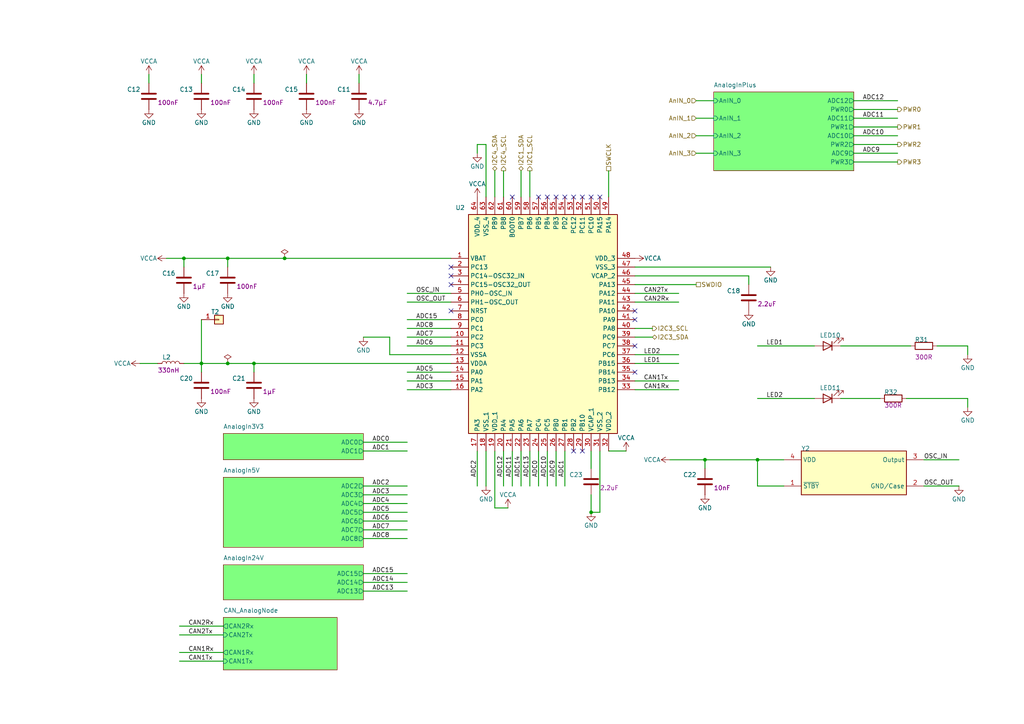
<source format=kicad_sch>
(kicad_sch (version 20231120) (generator "eeschema") (generator_version "8.0")
  (paper "A4")
  (title_block (title "Analog Node") (rev "1"))
  (junction (at 53.34 74.93))
  (junction (at 66.04 74.93))
  (junction (at 58.42 105.41))
  (junction (at 66.04 105.41))
  (junction (at 219.71 133.35))
  (junction (at 73.66 105.41))
  (junction (at 171.45 148.59))
  (junction (at 82.55 74.93))
  (junction (at 204.47 133.35))
  (no_connect (at 168.91 130.81))
  (no_connect (at 184.15 107.95))
  (no_connect (at 168.91 57.15))
  (no_connect (at 161.29 57.15))
  (no_connect (at 184.15 92.71))
  (no_connect (at 163.83 57.15))
  (no_connect (at 148.59 57.15))
  (no_connect (at 166.37 57.15))
  (no_connect (at 158.75 57.15))
  (no_connect (at 156.21 57.15))
  (no_connect (at 130.81 82.55))
  (no_connect (at 166.37 130.81))
  (no_connect (at 130.81 77.47))
  (no_connect (at 173.99 57.15))
  (no_connect (at 130.81 80.01))
  (no_connect (at 130.81 90.17))
  (no_connect (at 184.15 100.33))
  (no_connect (at 184.15 90.17))
  (no_connect (at 171.45 57.15))
  (wire (pts (xy 176.53 57.15) (xy 176.53 49.53)) (stroke (width 0.254)))
  (wire (pts (xy 58.42 21.59) (xy 58.42 24.13)) (stroke (width 0.254)))
  (wire (pts (xy 184.15 82.55) (xy 201.93 82.55)) (stroke (width 0.254)))
  (wire (pts (xy 171.45 148.59) (xy 171.45 143.51)) (stroke (width 0.254)))
  (wire (pts (xy 173.99 130.81) (xy 173.99 148.59)) (stroke (width 0.254)))
  (wire (pts (xy 184.15 102.87) (xy 196.85 102.87)) (stroke (width 0.254)))
  (wire (pts (xy 105.41 128.27) (xy 118.11 128.27)) (stroke (width 0.254)))
  (wire (pts (xy 105.41 153.67) (xy 118.11 153.67)) (stroke (width 0.254)))
  (wire (pts (xy 143.51 49.53) (xy 143.51 57.15)) (stroke (width 0.254)))
  (wire (pts (xy 247.65 36.83) (xy 260.35 36.83)) (stroke (width 0.254)))
  (wire (pts (xy 40.64 105.41) (xy 45.72 105.41)) (stroke (width 0.254)))
  (wire (pts (xy 260.35 44.45) (xy 247.65 44.45)) (stroke (width 0.254)))
  (wire (pts (xy 73.66 21.59) (xy 73.66 24.13)) (stroke (width 0.254)))
  (wire (pts (xy 267.97 133.35) (xy 278.13 133.35)) (stroke (width 0.254)))
  (wire (pts (xy 247.65 46.99) (xy 260.35 46.99)) (stroke (width 0.254)))
  (wire (pts (xy 217.17 82.55) (xy 217.17 80.01)) (stroke (width 0.254)))
  (wire (pts (xy 66.04 105.41) (xy 58.42 105.41)) (stroke (width 0.254)))
  (wire (pts (xy 280.67 115.57) (xy 280.67 118.11)) (stroke (width 0.254)))
  (wire (pts (xy 207.01 44.45) (xy 201.93 44.45)) (stroke (width 0.254)))
  (wire (pts (xy 243.84 100.33) (xy 264.16 100.33)) (stroke (width 0.254)))
  (wire (pts (xy 130.81 95.25) (xy 118.11 95.25)) (stroke (width 0.254)))
  (wire (pts (xy 262.89 115.57) (xy 280.67 115.57)) (stroke (width 0.254)))
  (wire (pts (xy 105.41 148.59) (xy 118.11 148.59)) (stroke (width 0.254)))
  (wire (pts (xy 130.81 92.71) (xy 118.11 92.71)) (stroke (width 0.254)))
  (wire (pts (xy 105.41 143.51) (xy 118.11 143.51)) (stroke (width 0.254)))
  (wire (pts (xy 236.22 115.57) (xy 219.71 115.57)) (stroke (width 0.254)))
  (wire (pts (xy 196.85 87.63) (xy 184.15 87.63)) (stroke (width 0.254)))
  (wire (pts (xy 130.81 87.63) (xy 118.11 87.63)) (stroke (width 0.254)))
  (wire (pts (xy 105.41 166.37) (xy 118.11 166.37)) (stroke (width 0.254)))
  (wire (pts (xy 153.67 130.81) (xy 153.67 140.97)) (stroke (width 0.254)))
  (wire (pts (xy 64.77 189.23) (xy 52.07 189.23)) (stroke (width 0.254)))
  (wire (pts (xy 64.77 181.61) (xy 52.07 181.61)) (stroke (width 0.254)))
  (wire (pts (xy 147.32 147.32) (xy 143.51 147.32)) (stroke (width 0.254)))
  (wire (pts (xy 105.41 151.13) (xy 118.11 151.13)) (stroke (width 0.254)))
  (wire (pts (xy 260.35 29.21) (xy 247.65 29.21)) (stroke (width 0.254)))
  (wire (pts (xy 113.03 102.87) (xy 130.81 102.87)) (stroke (width 0.254)))
  (wire (pts (xy 219.71 133.35) (xy 204.47 133.35)) (stroke (width 0.254)))
  (wire (pts (xy 140.97 57.15) (xy 140.97 41.91)) (stroke (width 0.254)))
  (wire (pts (xy 113.03 102.87) (xy 113.03 97.79)) (stroke (width 0.254)))
  (wire (pts (xy 163.83 130.81) (xy 163.83 140.97)) (stroke (width 0.254)))
  (wire (pts (xy 105.41 140.97) (xy 118.11 140.97)) (stroke (width 0.254)))
  (wire (pts (xy 105.41 156.21) (xy 118.11 156.21)) (stroke (width 0.254)))
  (wire (pts (xy 243.84 115.57) (xy 255.27 115.57)) (stroke (width 0.254)))
  (wire (pts (xy 130.81 97.79) (xy 118.11 97.79)) (stroke (width 0.254)))
  (wire (pts (xy 158.75 130.81) (xy 158.75 140.97)) (stroke (width 0.254)))
  (wire (pts (xy 260.35 34.29) (xy 247.65 34.29)) (stroke (width 0.254)))
  (wire (pts (xy 173.99 148.59) (xy 171.45 148.59)) (stroke (width 0.254)))
  (wire (pts (xy 161.29 130.81) (xy 161.29 140.97)) (stroke (width 0.254)))
  (wire (pts (xy 130.81 113.03) (xy 118.11 113.03)) (stroke (width 0.254)))
  (wire (pts (xy 196.85 85.09) (xy 184.15 85.09)) (stroke (width 0.254)))
  (wire (pts (xy 53.34 77.47) (xy 53.34 74.93)) (stroke (width 0.254)))
  (wire (pts (xy 184.15 113.03) (xy 196.85 113.03)) (stroke (width 0.254)))
  (wire (pts (xy 48.26 74.93) (xy 53.34 74.93)) (stroke (width 0.254)))
  (wire (pts (xy 138.43 130.81) (xy 138.43 140.97)) (stroke (width 0.254)))
  (wire (pts (xy 143.51 147.32) (xy 143.51 130.81)) (stroke (width 0.254)))
  (wire (pts (xy 138.43 41.91) (xy 138.43 44.45)) (stroke (width 0.254)))
  (wire (pts (xy 207.01 34.29) (xy 201.93 34.29)) (stroke (width 0.254)))
  (wire (pts (xy 217.17 80.01) (xy 184.15 80.01)) (stroke (width 0.254)))
  (wire (pts (xy 130.81 100.33) (xy 118.11 100.33)) (stroke (width 0.254)))
  (wire (pts (xy 105.41 171.45) (xy 118.11 171.45)) (stroke (width 0.254)))
  (wire (pts (xy 58.42 92.71) (xy 58.42 105.41)) (stroke (width 0.254)))
  (wire (pts (xy 82.55 74.93) (xy 130.81 74.93)) (stroke (width 0.254)))
  (wire (pts (xy 151.13 49.53) (xy 151.13 57.15)) (stroke (width 0.254)))
  (wire (pts (xy 247.65 31.75) (xy 260.35 31.75)) (stroke (width 0.254)))
  (wire (pts (xy 204.47 133.35) (xy 194.31 133.35)) (stroke (width 0.254)))
  (wire (pts (xy 156.21 130.81) (xy 156.21 140.97)) (stroke (width 0.254)))
  (wire (pts (xy 66.04 74.93) (xy 82.55 74.93)) (stroke (width 0.254)))
  (wire (pts (xy 223.52 77.47) (xy 184.15 77.47)) (stroke (width 0.254)))
  (wire (pts (xy 105.41 130.81) (xy 118.11 130.81)) (stroke (width 0.254)))
  (wire (pts (xy 53.34 105.41) (xy 58.42 105.41)) (stroke (width 0.254)))
  (wire (pts (xy 171.45 135.89) (xy 171.45 130.81)) (stroke (width 0.254)))
  (wire (pts (xy 73.66 105.41) (xy 66.04 105.41)) (stroke (width 0.254)))
  (wire (pts (xy 66.04 77.47) (xy 66.04 74.93)) (stroke (width 0.254)))
  (wire (pts (xy 113.03 97.79) (xy 105.41 97.79)) (stroke (width 0.254)))
  (wire (pts (xy 189.23 97.79) (xy 184.15 97.79)) (stroke (width 0.254)))
  (wire (pts (xy 43.18 21.59) (xy 43.18 24.13)) (stroke (width 0.254)))
  (wire (pts (xy 184.15 105.41) (xy 196.85 105.41)) (stroke (width 0.254)))
  (wire (pts (xy 130.81 85.09) (xy 118.11 85.09)) (stroke (width 0.254)))
  (wire (pts (xy 140.97 41.91) (xy 138.43 41.91)) (stroke (width 0.254)))
  (wire (pts (xy 148.59 130.81) (xy 148.59 140.97)) (stroke (width 0.254)))
  (wire (pts (xy 105.41 168.91) (xy 118.11 168.91)) (stroke (width 0.254)))
  (wire (pts (xy 73.66 105.41) (xy 130.81 105.41)) (stroke (width 0.254)))
  (wire (pts (xy 201.93 29.21) (xy 207.01 29.21)) (stroke (width 0.254)))
  (wire (pts (xy 105.41 146.05) (xy 118.11 146.05)) (stroke (width 0.254)))
  (wire (pts (xy 146.05 130.81) (xy 146.05 140.97)) (stroke (width 0.254)))
  (wire (pts (xy 151.13 130.81) (xy 151.13 140.97)) (stroke (width 0.254)))
  (wire (pts (xy 201.93 39.37) (xy 207.01 39.37)) (stroke (width 0.254)))
  (wire (pts (xy 227.33 140.97) (xy 219.71 140.97)) (stroke (width 0.254)))
  (wire (pts (xy 227.33 133.35) (xy 219.71 133.35)) (stroke (width 0.254)))
  (wire (pts (xy 58.42 105.41) (xy 58.42 107.95)) (stroke (width 0.254)))
  (wire (pts (xy 52.07 191.77) (xy 64.77 191.77)) (stroke (width 0.254)))
  (wire (pts (xy 53.34 74.93) (xy 66.04 74.93)) (stroke (width 0.254)))
  (wire (pts (xy 130.81 107.95) (xy 118.11 107.95)) (stroke (width 0.254)))
  (wire (pts (xy 247.65 41.91) (xy 260.35 41.91)) (stroke (width 0.254)))
  (wire (pts (xy 64.77 184.15) (xy 52.07 184.15)) (stroke (width 0.254)))
  (wire (pts (xy 130.81 110.49) (xy 118.11 110.49)) (stroke (width 0.254)))
  (wire (pts (xy 280.67 100.33) (xy 280.67 102.87)) (stroke (width 0.254)))
  (wire (pts (xy 140.97 140.97) (xy 140.97 130.81)) (stroke (width 0.254)))
  (wire (pts (xy 267.97 140.97) (xy 278.13 140.97)) (stroke (width 0.254)))
  (wire (pts (xy 204.47 133.35) (xy 204.47 135.89)) (stroke (width 0.254)))
  (wire (pts (xy 73.66 107.95) (xy 73.66 105.41)) (stroke (width 0.254)))
  (wire (pts (xy 88.9 21.59) (xy 88.9 24.13)) (stroke (width 0.254)))
  (wire (pts (xy 146.05 57.15) (xy 146.05 49.53)) (stroke (width 0.254)))
  (wire (pts (xy 153.67 57.15) (xy 153.67 49.53)) (stroke (width 0.254)))
  (wire (pts (xy 104.14 21.59) (xy 104.14 24.13)) (stroke (width 0.254)))
  (wire (pts (xy 181.61 130.81) (xy 176.53 130.81)) (stroke (width 0.254)))
  (wire (pts (xy 189.23 95.25) (xy 184.15 95.25)) (stroke (width 0.254)))
  (wire (pts (xy 219.71 140.97) (xy 219.71 133.35)) (stroke (width 0.254)))
  (wire (pts (xy 260.35 39.37) (xy 247.65 39.37)) (stroke (width 0.254)))
  (wire (pts (xy 196.85 110.49) (xy 184.15 110.49)) (stroke (width 0.254)))
  (wire (pts (xy 271.78 100.33) (xy 280.67 100.33)) (stroke (width 0.254)))
  (wire (pts (xy 236.22 100.33) (xy 219.71 100.33)) (stroke (width 0.254)))
  (label "ADC0" (at 107.95 128.27 0))
  (label "OSC_IN" (at 120.65 85.09 0))
  (label "ADC8" (at 107.95 156.21 0))
  (label "ADC1" (at 163.83 138.43 90))
  (label "ADC3" (at 107.95 143.51 0))
  (label "ADC2" (at 138.43 138.43 90))
  (label "ADC1" (at 107.95 130.81 0))
  (label "ADC9" (at 161.29 138.43 90))
  (label "ADC11" (at 148.59 138.43 90))
  (label "LED2" (at 186.69 102.87 0))
  (label "OSC_OUT" (at 120.65 87.63 0))
  (label "ADC14" (at 151.13 138.43 90))
  (label "ADC7" (at 107.95 153.67 0))
  (label "LED1" (at 186.69 105.41 0))
  (label "CAN2Rx" (at 186.69 87.63 0))
  (label "ADC12" (at 146.05 138.43 90))
  (label "CAN2Rx" (at 54.61 181.61 0))
  (label "ADC5" (at 120.65 107.95 0))
  (label "ADC6" (at 120.65 100.33 0))
  (label "CAN1Tx" (at 54.61 191.77 0))
  (label "ADC7" (at 120.65 97.79 0))
  (label "ADC6" (at 107.95 151.13 0))
  (label "ADC10" (at 158.75 138.43 90))
  (label "ADC0" (at 156.21 138.43 90))
  (label "LED1" (at 222.25 100.33 0))
  (label "ADC3" (at 120.65 113.03 0))
  (label "ADC10" (at 250.19 39.37 0))
  (label "ADC15" (at 107.95 166.37 0))
  (label "LED2" (at 222.25 115.57 0))
  (label "ADC13" (at 153.67 138.43 90))
  (label "ADC13" (at 107.95 171.45 0))
  (label "CAN1Rx" (at 54.61 189.23 0))
  (label "ADC4" (at 107.95 146.05 0))
  (label "OSC_OUT" (at 267.97 140.97 0))
  (label "CAN1Tx" (at 186.69 110.49 0))
  (label "ADC4" (at 120.65 110.49 0))
  (label "ADC14" (at 107.95 168.91 0))
  (label "ADC2" (at 107.95 140.97 0))
  (label "ADC15" (at 120.65 92.71 0))
  (label "ADC5" (at 107.95 148.59 0))
  (label "OSC_IN" (at 267.97 133.35 0))
  (label "CAN1Rx" (at 186.69 113.03 0))
  (label "CAN2Tx" (at 54.61 184.15 0))
  (label "ADC12" (at 250.19 29.21 0))
  (label "CAN2Tx" (at 186.69 85.09 0))
  (label "ADC8" (at 120.65 95.25 0))
  (label "ADC9" (at 250.19 44.45 0))
  (label "ADC11" (at 250.19 34.29 0))
  (hierarchical_label "I2C3_SCL" (shape output) (at 189.23 95.25 0))
  (hierarchical_label "I2C4_SDA" (shape bidirectional) (at 143.51 49.53 90))
  (hierarchical_label "I2C4_SCL" (shape output) (at 146.05 49.53 90))
  (hierarchical_label "PWR1" (shape output) (at 260.35 36.83 0))
  (hierarchical_label "I2C1_SCL" (shape output) (at 153.67 49.53 90))
  (hierarchical_label "AnIN_2" (shape input) (at 201.93 39.37 180))
  (hierarchical_label "I2C3_SDA" (shape bidirectional) (at 189.23 97.79 0))
  (hierarchical_label "PWR3" (shape output) (at 260.35 46.99 0))
  (hierarchical_label "PWR0" (shape output) (at 260.35 31.75 0))
  (hierarchical_label "SWDIO" (shape passive) (at 201.93 82.55 0))
  (hierarchical_label "AnIN_1" (shape input) (at 201.93 34.29 180))
  (hierarchical_label "PWR2" (shape output) (at 260.35 41.91 0))
  (hierarchical_label "AnIN_0" (shape input) (at 201.93 29.21 180))
  (hierarchical_label "AnIN_3" (shape input) (at 201.93 44.45 180))
  (hierarchical_label "SWCLK" (shape passive) (at 176.53 49.53 90))
  (hierarchical_label "I2C1_SDA" (shape bidirectional) (at 151.13 49.53 90))
  (symbol (lib_id "power:PWR_FLAG") (at 82.55 74.93 0) (unit 1)
    (property "Reference" "#FLG04" (effects (hide yes)))
    (property "Value" "PWR_FLAG" (effects (hide yes)))
    (property "Description" "Special symbol for telling ERC where power comes from" (effects (hide yes)))
  )
  (symbol (lib_id "power:GND") (at 223.52 77.47 0) (unit 1)
    (property "Reference" "#PWR?" (effects (hide yes)))
    (property "Value" "GND" (at 223.52 81.28 0))
    (property "Description" "Power symbol creates a global label with name \"GND\" , ground" (effects (hide yes)))
  )
  (symbol (lib_id "Device:C") (at 73.66 27.94 0) (unit 1)
    (property "Reference" "C14" (at 67.31 26.67 0) (effects (justify left bottom)))
    (property "Value" "100nF" (effects (hide yes)))
    (property "Footprint" "Capacitor_SMD:C_0805_2012Metric_Pad1.18x1.45mm_HandSolder" (effects (hide yes)))
    (property "Description" "08055C104KAT4A" (effects (hide yes)))
    (property "HEIGHT" "0.94mm" (effects (hide yes)))
    (property "ALTIUM_VALUE" "100nF" (at 76.2 30.48 0) (effects (justify left bottom)))
    (property "CAPACITOR TYPE" "Ceramic" (effects (hide yes)))
    (property "CASE/PACKAGE" "0805" (effects (hide yes)))
    (property "DIELECTRIC MATERIAL" "Ceramic" (effects (hide yes)))
    (property "JESD-609 CODE" "e3" (effects (hide yes)))
    (property "LENGTH" "2.01mm" (effects (hide yes)))
    (property "MAX OPERATING TEMPERATURE" "125°C" (effects (hide yes)))
    (property "MIN OPERATING TEMPERATURE" "-55°C" (effects (hide yes)))
    (property "MOUNTING TECHNOLOGY" "Surface Mount" (effects (hide yes)))
    (property "MULTILAYER" "Yes" (effects (hide yes)))
    (property "PACKAGE SHAPE" "Rectangular" (effects (hide yes)))
    (property "PACKAGE STYLE" "SMTMeter" (effects (hide yes)))
    (property "PACKAGING" "Tape and Reel" (effects (hide yes)))
    (property "PINS" "2" (effects (hide yes)))
    (property "RATED DC VOLTAGE (URDC)" "50V" (effects (hide yes)))
    (property "REACH SVHC COMPLIANT" "Yes" (effects (hide yes)))
    (property "ROHS COMPLIANT" "Yes" (effects (hide yes)))
    (property "TEMPERATURE CHARACTERISTICS CODE" "X7R" (effects (hide yes)))
    (property "TERMINAL FINISH" "Nickel" (effects (hide yes)))
    (property "TERMINATION" "Wraparound" (effects (hide yes)))
    (property "TOLERANCE  (FILL IN AS +-)" "10%" (effects (hide yes)))
    (property "TOLERANCE (FILL IN AS +-)" "10%" (effects (hide yes)))
    (property "WIDTH" "1.25mm" (effects (hide yes)))
  )
  (symbol (lib_id "power:GND") (at 280.67 118.11 0) (unit 1)
    (property "Reference" "#PWR?" (effects (hide yes)))
    (property "Value" "GND" (at 280.67 121.92 0))
    (property "Description" "Power symbol creates a global label with name \"GND\" , ground" (effects (hide yes)))
  )
  (symbol (lib_id "Device:C") (at 204.47 139.7 0) (unit 1)
    (property "Reference" "C22" (at 198.12 138.43 0) (effects (justify left bottom)))
    (property "Value" "10nF" (effects (hide yes)))
    (property "Footprint" "Capacitor_SMD:C_0805_2012Metric_Pad1.18x1.45mm_HandSolder" (effects (hide yes)))
    (property "Description" "C0805C103KARACAUTO" (effects (hide yes)))
    (property "HEIGHT" "0.78mm" (effects (hide yes)))
    (property "MIN OPERATING TEMPERATURE" "-55°C" (effects (hide yes)))
    (property "LENGTH" "2mm" (effects (hide yes)))
    (property "MAX OPERATING TEMPERATURE" "125°C" (effects (hide yes)))
    (property "CASE/PACKAGE" "0805" (effects (hide yes)))
    (property "WIDTH" "1.25mm" (effects (hide yes)))
    (property "PACKAGING" "Tape and Reel" (effects (hide yes)))
    (property "CAPACITOR TYPE" "Ceramic" (effects (hide yes)))
    (property "DIELECTRIC MATERIAL" "Ceramic" (effects (hide yes)))
    (property "JESD-609 CODE" "e3" (effects (hide yes)))
    (property "MOUNTING TECHNOLOGY" "Surface Mount" (effects (hide yes)))
    (property "MULTILAYER" "Yes" (effects (hide yes)))
    (property "PACKAGE SHAPE" "Rectangular" (effects (hide yes)))
    (property "PACKAGE STYLE" "SMTMeter" (effects (hide yes)))
    (property "PINS" "2" (effects (hide yes)))
    (property "RATED DC VOLTAGE (URDC)" "250V" (effects (hide yes)))
    (property "REACH SVHC COMPLIANT" "Yes" (effects (hide yes)))
    (property "REFERENCE STANDARD" "AEC-Q200" (effects (hide yes)))
    (property "ROHS COMPLIANT" "Yes" (effects (hide yes)))
    (property "TEMPERATURE CHARACTERISTICS CODE" "X7R" (effects (hide yes)))
    (property "TERMINAL FINISH" "Nickel" (effects (hide yes)))
    (property "TERMINATION" "Wraparound" (effects (hide yes)))
    (property "TOLERANCE  (FILL IN AS +-)" "10%" (effects (hide yes)))
    (property "TOLERANCE (FILL IN AS +-)" "10%" (effects (hide yes)))
    (property "ALTIUM_VALUE" "10nF" (at 207.01 142.24 0) (effects (justify left bottom)))
  )
  (symbol (lib_id "power:GND") (at 105.41 97.79 0) (unit 1)
    (property "Reference" "#PWR013" (effects (hide yes)))
    (property "Value" "GND" (at 105.41 101.6 0))
    (property "Description" "Power symbol creates a global label with name \"GND\" , ground" (effects (hide yes)))
  )
  (symbol (lib_id "power:GND") (at 171.45 148.59 0) (unit 1)
    (property "Reference" "#PWR?" (effects (hide yes)))
    (property "Value" "GND" (at 171.45 152.4 0))
    (property "Description" "Power symbol creates a global label with name \"GND\" , ground" (effects (hide yes)))
  )
  (symbol (lib_id "power:GND") (at 280.67 102.87 0) (unit 1)
    (property "Reference" "#PWR?" (effects (hide yes)))
    (property "Value" "GND" (at 280.67 106.68 0))
    (property "Description" "Power symbol creates a global label with name \"GND\" , ground" (effects (hide yes)))
  )
  (symbol (lib_id "power:GND") (at 278.13 140.97 0) (unit 1)
    (property "Reference" "#PWR?" (effects (hide yes)))
    (property "Value" "GND" (at 278.13 144.78 0))
    (property "Description" "Power symbol creates a global label with name \"GND\" , ground" (effects (hide yes)))
  )
  (symbol (lib_id "power:VCC") (at 58.42 21.59 0) (unit 1)
    (property "Reference" "#PWR?" (effects (hide yes)))
    (property "Value" "VCCA" (at 58.42 17.78 0))
    (property "Description" "Power symbol creates a global label with name \"VCC\"" (effects (hide yes)))
  )
  (symbol (lib_id "power:GND") (at 73.66 115.57 0) (unit 1)
    (property "Reference" "#PWR?" (effects (hide yes)))
    (property "Value" "GND" (at 73.66 119.38 0))
    (property "Description" "Power symbol creates a global label with name \"GND\" , ground" (effects (hide yes)))
  )
  (symbol (lib_id "power:GND") (at 217.17 90.17 0) (unit 1)
    (property "Reference" "#PWR?" (effects (hide yes)))
    (property "Value" "GND" (at 217.17 93.98 0))
    (property "Description" "Power symbol creates a global label with name \"GND\" , ground" (effects (hide yes)))
  )
  (symbol (lib_id "Device:C") (at 104.14 27.94 0) (unit 1)
    (property "Reference" "C11" (at 97.79 26.67 0) (effects (justify left bottom)))
    (property "Value" "4.7µF" (effects (hide yes)))
    (property "Footprint" "Capacitor_SMD:C_0805_2012Metric_Pad1.18x1.45mm_HandSolder" (effects (hide yes)))
    (property "Description" "GRM21BZ71H475KE15L" (effects (hide yes)))
    (property "ALTIUM_VALUE" "4.7µF" (at 106.68 30.48 0) (effects (justify left bottom)))
    (property "CAPACITOR TYPE" "Ceramic" (effects (hide yes)))
    (property "CASE/PACKAGE" "0805" (effects (hide yes)))
    (property "DIELECTRIC MATERIAL" "Ceramic" (effects (hide yes)))
    (property "JESD-609 CODE" "e3" (effects (hide yes)))
    (property "MAX OPERATING TEMPERATURE" "125°C" (effects (hide yes)))
    (property "MIN OPERATING TEMPERATURE" "-55°C" (effects (hide yes)))
    (property "MOUNTING TECHNOLOGY" "Surface Mount" (effects (hide yes)))
    (property "MULTILAYER" "Yes" (effects (hide yes)))
    (property "PACKAGE SHAPE" "Rectangular" (effects (hide yes)))
    (property "PACKAGING" "Tape and Reel" (effects (hide yes)))
    (property "PINS" "2" (effects (hide yes)))
    (property "RATED DC VOLTAGE (URDC)" "50V" (effects (hide yes)))
    (property "REACH SVHC COMPLIANT" "Yes" (effects (hide yes)))
    (property "ROHS COMPLIANT" "Yes" (effects (hide yes)))
    (property "TEMPERATURE CHARACTERISTICS CODE" "X7R" (effects (hide yes)))
    (property "TERMINAL FINISH" "Nickel" (effects (hide yes)))
    (property "TERMINATION" "Wraparound" (effects (hide yes)))
    (property "TOLERANCE  (FILL IN AS +-)" "10%" (effects (hide yes)))
    (property "TOLERANCE (FILL IN AS +-)" "10%" (effects (hide yes)))
  )
  (symbol (lib_id "power:PWR_FLAG") (at 66.04 105.41 0) (unit 1)
    (property "Reference" "#FLG06" (effects (hide yes)))
    (property "Value" "PWR_FLAG" (effects (hide yes)))
    (property "Description" "Special symbol for telling ERC where power comes from" (effects (hide yes)))
  )
  (symbol (lib_id "Device:C") (at 73.66 111.76 0) (unit 1)
    (property "Reference" "C21" (at 67.31 110.49 0) (effects (justify left bottom)))
    (property "Value" "1µF" (effects (hide yes)))
    (property "Footprint" "Capacitor_SMD:C_0805_2012Metric_Pad1.18x1.45mm_HandSolder" (effects (hide yes)))
    (property "Description" "08053C105KAZ2A" (effects (hide yes)))
    (property "MAX OPERATING TEMPERATURE" "125°C" (effects (hide yes)))
    (property "CASE/PACKAGE" "0805" (effects (hide yes)))
    (property "PACKAGING" "Tape and Reel" (effects (hide yes)))
    (property "MIN OPERATING TEMPERATURE" "-55°C" (effects (hide yes)))
    (property "CAPACITOR TYPE" "Ceramic" (effects (hide yes)))
    (property "DIELECTRIC MATERIAL" "Ceramic" (effects (hide yes)))
    (property "HEIGHT" "1.4mm" (effects (hide yes)))
    (property "JESD-609 CODE" "e3" (effects (hide yes)))
    (property "LENGTH" "2.01mm" (effects (hide yes)))
    (property "MOUNTING TECHNOLOGY" "Surface Mount" (effects (hide yes)))
    (property "MULTILAYER" "Yes" (effects (hide yes)))
    (property "PACKAGE SHAPE" "Rectangular" (effects (hide yes)))
    (property "PACKAGE STYLE" "SMTMeter" (effects (hide yes)))
    (property "PINS" "2" (effects (hide yes)))
    (property "RATED DC VOLTAGE (URDC)" "25V" (effects (hide yes)))
    (property "REACH SVHC COMPLIANT" "Yes" (effects (hide yes)))
    (property "REFERENCE STANDARD" "AEC-Q200" (effects (hide yes)))
    (property "ROHS COMPLIANT" "Yes" (effects (hide yes)))
    (property "TEMPERATURE CHARACTERISTICS CODE" "X7R" (effects (hide yes)))
    (property "TERMINAL FINISH" "Nickel" (effects (hide yes)))
    (property "TERMINATION" "Wraparound" (effects (hide yes)))
    (property "TOLERANCE  (FILL IN AS +-)" "10%" (effects (hide yes)))
    (property "TOLERANCE (FILL IN AS +-)" "10%" (effects (hide yes)))
    (property "ALTIUM_VALUE" "1µF" (at 76.2 114.3 0) (effects (justify left bottom)))
    (property "WIDTH" "1.25mm" (effects (hide yes)))
  )
  (symbol (lib_id "power:VCC") (at 43.18 21.59 0) (unit 1)
    (property "Reference" "#PWR?" (effects (hide yes)))
    (property "Value" "VCCA" (at 43.18 17.78 0))
    (property "Description" "Power symbol creates a global label with name \"VCC\"" (effects (hide yes)))
  )
  (symbol (lib_id "power:VCC") (at 194.31 133.35 90) (unit 1)
    (property "Reference" "#PWR?" (effects (hide yes)))
    (property "Value" "VCCA" (at 186.69 133.35 90) (effects (justify right)))
    (property "Description" "Power symbol creates a global label with name \"VCC\"" (effects (hide yes)))
  )
  (symbol (lib_id "power:GND") (at 53.34 85.09 0) (unit 1)
    (property "Reference" "#PWR?" (effects (hide yes)))
    (property "Value" "GND" (at 53.34 88.9 0))
    (property "Description" "Power symbol creates a global label with name \"GND\" , ground" (effects (hide yes)))
  )
  (symbol (lib_id "power:GND") (at 204.47 143.51 0) (unit 1)
    (property "Reference" "#PWR?" (effects (hide yes)))
    (property "Value" "GND" (at 204.47 147.32 0))
    (property "Description" "Power symbol creates a global label with name \"GND\" , ground" (effects (hide yes)))
  )
  (symbol (lib_id "power:VCC") (at 147.32 147.32 0) (unit 1)
    (property "Reference" "#PWR?" (effects (hide yes)))
    (property "Value" "VCCA" (at 147.32 143.51 0))
    (property "Description" "Power symbol creates a global label with name \"VCC\"" (effects (hide yes)))
  )
  (symbol (lib_id "power:GND") (at 140.97 140.97 0) (unit 1)
    (property "Reference" "#PWR?" (effects (hide yes)))
    (property "Value" "GND" (at 140.97 144.78 0))
    (property "Description" "Power symbol creates a global label with name \"GND\" , ground" (effects (hide yes)))
  )
  (symbol (lib_id "power:VCC") (at 104.14 21.59 0) (unit 1)
    (property "Reference" "#PWR054" (effects (hide yes)))
    (property "Value" "VCCA" (at 104.14 17.78 0))
    (property "Description" "Power symbol creates a global label with name \"VCC\"" (effects (hide yes)))
  )
  (symbol (lib_id "Device:LED") (at 240.03 100.33 180) (unit 1)
    (property "Reference" "LED10" (at 243.84 96.52 0) (effects (justify left bottom)))
    (property "Value" "SML-210VTT86" (effects (hide yes)))
    (property "Footprint" "LED_SMD:LED_0805_2012Metric_Pad1.15x1.40mm_HandSolder" (effects (hide yes)))
    (property "Description" "Red LED" (effects (hide yes)))
    (property "DEVICE CLASS L1" "Optoelectronics" (effects (hide yes)))
    (property "OBSOLETE PART" "true" (effects (hide yes)))
    (property "MANUFACTURER PART NUMBER" "SML-210VTT86" (effects (hide yes)))
    (property "AMBIENT TEMPERATURE RANGE LOW" "-30°C" (effects (hide yes)))
    (property "TEMPERATURE RANGE HIGH" "+85°C" (effects (hide yes)))
    (property "DEVICE CLASS L2" "LEDs" (effects (hide yes)))
    (property "CATEGORY" "Diode" (effects (hide yes)))
    (property "COMPONENTLINK2DESCRIPTION" "Datasheet" (effects (hide yes)))
    (property "MANUFACTURER" "ROHM" (effects (hide yes)))
    (property "MOUSER DESCRIPTION" "Standard LEDs - SMD RED SMD TRANS LENS" (effects (hide yes)))
    (property "AMBIENT TEMPERATURE RANGE HIGH" "+85°C" (effects (hide yes)))
    (property "WAVELENGTH" "630nm" (effects (hide yes)))
    (property "PEAK EMMISION WAVELENGTH" "650nm" (effects (hide yes)))
    (property "LUMINOUS INTENSITY" "4mcd" (effects (hide yes)))
    (property "DIGIKEY DESCRIPTION" "LED RED CLEAR 0805 SMD" (effects (hide yes)))
    (property "TEMPERATURE" "-30°C to +85°C" (effects (hide yes)))
    (property "FORWARD VOLTAGE" "2V" (effects (hide yes)))
    (property "FOOTPRINT URL" "https://eu.mouser.com/datasheet/2/348/sml-21-313092.pdf" (effects (hide yes)))
    (property "FORWARD CURRENT" "20mA" (effects (hide yes)))
    (property "POWER DISSIPATION" "70mW" (effects (hide yes)))
    (property "REVERSE VOLTAGE" "4V" (effects (hide yes)))
    (property "COMPONENTLINK2URL" "https://media.digikey.com/pdf/Data%20Sheets/Rohm%20PDFs/sml-210.pdf" (effects (hide yes)))
    (property "LEAD FREE" "Yes" (effects (hide yes)))
    (property "OCTOPART" "https://octopart.com/sml-210vtt86-rohm-550728" (effects (hide yes)))
    (property "DEVICE CLASS L3" "unset" (effects (hide yes)))
    (property "PACKAGE" "SML-21" (effects (hide yes)))
    (property "AUTOMOTIVE" "No" (effects (hide yes)))
    (property "LED ORIENTATION" "Top View" (effects (hide yes)))
    (property "ROHS" "TRUE" (effects (hide yes)))
    (property "HEIGHT" "0.9mm" (effects (hide yes)))
    (property "TEMPERATURE RANGE LOW" "-30°C" (effects (hide yes)))
    (property "COLOUR" "Red" (effects (hide yes)))
  )
  (symbol (lib_id "power:VCC") (at 73.66 21.59 0) (unit 1)
    (property "Reference" "#PWR?" (effects (hide yes)))
    (property "Value" "VCCA" (at 73.66 17.78 0))
    (property "Description" "Power symbol creates a global label with name \"VCC\"" (effects (hide yes)))
  )
  (symbol (lib_id "power:GND") (at 73.66 31.75 0) (unit 1)
    (property "Reference" "#PWR?" (effects (hide yes)))
    (property "Value" "GND" (at 73.66 35.56 0))
    (property "Description" "Power symbol creates a global label with name \"GND\" , ground" (effects (hide yes)))
  )
  (symbol (lib_id "Untitled-altium-import:root_0_STM32H7B0RBT6") (at 130.81 74.93 0) (unit 1)
    (property "Reference" "U2" (at 132.08 60.96 0) (effects (justify left bottom)))
    (property "Value" "STM32H7B0RBT6" (effects (hide yes)))
    (property "Footprint" "SamacSys.PcbLib:QFP50P1200X1200X160-64N" (effects (hide yes)))
    (property "DATASHEET LINK" "https://www.mouser.com/datasheet/2/389/dm00674684-1799600.pdf" (effects (hide yes)))
    (property "HEIGHT" "1.6mm" (effects (hide yes)))
    (property "MANUFACTURER_NAME" "STMicroelectronics" (effects (hide yes)))
    (property "MANUFACTURER_PART_NUMBER" "STM32H7B0RBT6" (effects (hide yes)))
    (property "MOUSER PART NUMBER" "511-STM32H7B0RBT6" (effects (hide yes)))
    (property "MOUSER PRICE/STOCK" "https://www.mouser.co.uk/ProductDetail/STMicroelectronics/STM32H7B0RBT6?qs=xZ%2FP%252Ba9zWqZ2tzX90GObZw%3D%3D" (effects (hide yes)))
    (property "ARROW PART NUMBER" "STM32H7B0RBT6" (effects (hide yes)))
    (property "ARROW PRICE/STOCK" "https://www.arrow.com/en/products/stm32h7b0rbt6/stmicroelectronics?region=nac" (effects (hide yes)))
  )
  (symbol (lib_id "Device:R") (at 267.97 100.33 90) (unit 1)
    (property "Reference" "R31" (at 269.24 97.79 90) (effects (justify left bottom)))
    (property "Value" "300R" (effects (hide yes)))
    (property "Footprint" "Resistor_SMD:R_0805_2012Metric_Pad1.20x1.40mm_HandSolder" (effects (hide yes)))
    (property "Description" "ESR10EZPJ301" (effects (hide yes)))
    (property "TEMPERATURE COEFFICIENT" "200ppm/°C" (effects (hide yes)))
    (property "MAX POWER DISSIPATION" "400mW" (effects (hide yes)))
    (property "MAX OPERATING TEMPERATURE" "155°C" (effects (hide yes)))
    (property "CASE CODE (METRIC)" "2012" (effects (hide yes)))
    (property "HEIGHT - SEATED (MAX)" "0.026inch" (effects (hide yes)))
    (property "CASE CODE (IMPERIAL)" "0805" (effects (hide yes)))
    (property "POWER RATING" "400mW" (effects (hide yes)))
    (property "TOLERANCE" "5%" (effects (hide yes)))
    (property "SIZE CODE" "0805" (effects (hide yes)))
    (property "SERIES" "ESR" (effects (hide yes)))
    (property "ROHS COMPLIANT" "Yes" (effects (hide yes)))
    (property "FEATURES" "Automotive AEC-Q200" (effects (hide yes)))
    (property "MIN OPERATING TEMPERATURE" "-55°C" (effects (hide yes)))
    (property "CASE/PACKAGE" "0805" (effects (hide yes)))
    (property "LENGTH" "0.079inch" (effects (hide yes)))
    (property "NUMBER OF TERMINATIONS" "2" (effects (hide yes)))
    (property "RESISTOR TYPE" "Thick Film" (effects (hide yes)))
    (property "WIDTH" "0.049inch" (effects (hide yes)))
    (property "LEAD FREE" "Lead Free" (effects (hide yes)))
    (property "RESISTANCE" "300R" (at 270.51 102.87 90) (effects (justify left bottom)))
    (property "PACKAGE QUANTITY" "1" (effects (hide yes)))
    (property "PACKAGING" "Tape and Reel" (effects (hide yes)))
    (property "HEIGHT" "0.026inch" (effects (hide yes)))
    (property "ALTIUM_VALUE" "300R" (effects (hide yes)))
  )
  (symbol (lib_id "Device:L") (at 49.53 105.41 90) (unit 1)
    (property "Reference" "L2" (at 49.53 102.87 90) (effects (justify left bottom)))
    (property "Value" "330nH" (effects (hide yes)))
    (property "Footprint" "Inductor_SMD:L_0805_2012Metric_Pad1.15x1.40mm_HandSolder" (effects (hide yes)))
    (property "Description" "BDCC00201208R33MWA" (effects (hide yes)))
    (property "SHIELDING" "Shielded" (effects (hide yes)))
    (property "TEST FREQUENCY" "2MHz" (effects (hide yes)))
    (property "MIN OPERATING TEMPERATURE" "-40°C" (effects (hide yes)))
    (property "TOLERANCE" "20%" (effects (hide yes)))
    (property "DC RESISTANCE (DCR)" "24mR" (effects (hide yes)))
    (property "MAX OPERATING TEMPERATURE" "125°C" (effects (hide yes)))
    (property "TERMINATION" "One Surface" (effects (hide yes)))
    (property "CORE MATERIAL" "Ferrite" (effects (hide yes)))
    (property "CHANNELS" "1" (effects (hide yes)))
    (property "INDUCTANCE-NOM (L)" "0.33uH" (effects (hide yes)))
    (property "INDUCTOR APPLICATION" "RF INDUCTOR" (effects (hide yes)))
    (property "INDUCTOR TYPE" "GENERAL PURPOSE INDUCTOR" (effects (hide yes)))
    (property "MAX CURRENT RATING" "4A" (effects (hide yes)))
    (property "PINS" "2" (effects (hide yes)))
    (property "REACH SVHC COMPLIANT" "Yes" (effects (hide yes)))
    (property "ROHS COMPLIANT" "Yes" (effects (hide yes)))
    (property "SHAPE/SIZE DESCRIPTION" "RECTANGULAR PACKAGE" (effects (hide yes)))
    (property "SURFACE MOUNT" "Yes" (effects (hide yes)))
    (property "TERMINAL PLACEMENT" "Dual Ended" (effects (hide yes)))
    (property "ALTIUM_VALUE" "330nH" (at 52.07 106.68 90) (effects (justify left bottom)))
  )
  (symbol (lib_id "Device:C") (at 171.45 139.7 0) (unit 1)
    (property "Reference" "C23" (at 165.1 138.43 0) (effects (justify left bottom)))
    (property "Value" "2.2uF" (effects (hide yes)))
    (property "Footprint" "Capacitor_SMD:C_0805_2012Metric_Pad1.18x1.45mm_HandSolder" (effects (hide yes)))
    (property "Description" "GCJ21BR71E225KA01L" (effects (hide yes)))
    (property "ALTIUM_VALUE" "2.2uF" (at 173.99 142.24 0) (effects (justify left bottom)))
  )
  (symbol (lib_id "power:VCC") (at 181.61 130.81 0) (unit 1)
    (property "Reference" "#PWR?" (effects (hide yes)))
    (property "Value" "VCCA" (at 181.61 127 0))
    (property "Description" "Power symbol creates a global label with name \"VCC\"" (effects (hide yes)))
  )
  (symbol (lib_id "Device:R") (at 259.08 115.57 90) (unit 1)
    (property "Reference" "R32" (at 260.35 113.03 90) (effects (justify left bottom)))
    (property "Value" "300R" (effects (hide yes)))
    (property "Footprint" "Resistor_SMD:R_0805_2012Metric_Pad1.20x1.40mm_HandSolder" (effects (hide yes)))
    (property "Description" "ESR10EZPJ301" (effects (hide yes)))
    (property "TEMPERATURE COEFFICIENT" "200ppm/°C" (effects (hide yes)))
    (property "MAX POWER DISSIPATION" "400mW" (effects (hide yes)))
    (property "MAX OPERATING TEMPERATURE" "155°C" (effects (hide yes)))
    (property "CASE CODE (METRIC)" "2012" (effects (hide yes)))
    (property "HEIGHT - SEATED (MAX)" "0.026inch" (effects (hide yes)))
    (property "CASE CODE (IMPERIAL)" "0805" (effects (hide yes)))
    (property "POWER RATING" "400mW" (effects (hide yes)))
    (property "TOLERANCE" "5%" (effects (hide yes)))
    (property "SIZE CODE" "0805" (effects (hide yes)))
    (property "SERIES" "ESR" (effects (hide yes)))
    (property "ROHS COMPLIANT" "Yes" (effects (hide yes)))
    (property "FEATURES" "Automotive AEC-Q200" (effects (hide yes)))
    (property "MIN OPERATING TEMPERATURE" "-55°C" (effects (hide yes)))
    (property "CASE/PACKAGE" "0805" (effects (hide yes)))
    (property "LENGTH" "0.079inch" (effects (hide yes)))
    (property "NUMBER OF TERMINATIONS" "2" (effects (hide yes)))
    (property "RESISTOR TYPE" "Thick Film" (effects (hide yes)))
    (property "WIDTH" "0.049inch" (effects (hide yes)))
    (property "LEAD FREE" "Lead Free" (effects (hide yes)))
    (property "RESISTANCE" "300R" (at 261.62 116.84 90) (effects (justify left bottom)))
    (property "PACKAGE QUANTITY" "1" (effects (hide yes)))
    (property "PACKAGING" "Tape and Reel" (effects (hide yes)))
    (property "HEIGHT" "0.026inch" (effects (hide yes)))
    (property "ALTIUM_VALUE" "300R" (effects (hide yes)))
  )
  (symbol (lib_id "Device:C") (at 58.42 27.94 0) (unit 1)
    (property "Reference" "C13" (at 52.07 26.67 0) (effects (justify left bottom)))
    (property "Value" "100nF" (effects (hide yes)))
    (property "Footprint" "Capacitor_SMD:C_0805_2012Metric_Pad1.18x1.45mm_HandSolder" (effects (hide yes)))
    (property "Description" "08055C104KAT4A" (effects (hide yes)))
    (property "HEIGHT" "0.94mm" (effects (hide yes)))
    (property "ALTIUM_VALUE" "100nF" (at 60.96 30.48 0) (effects (justify left bottom)))
    (property "CAPACITOR TYPE" "Ceramic" (effects (hide yes)))
    (property "CASE/PACKAGE" "0805" (effects (hide yes)))
    (property "DIELECTRIC MATERIAL" "Ceramic" (effects (hide yes)))
    (property "JESD-609 CODE" "e3" (effects (hide yes)))
    (property "LENGTH" "2.01mm" (effects (hide yes)))
    (property "MAX OPERATING TEMPERATURE" "125°C" (effects (hide yes)))
    (property "MIN OPERATING TEMPERATURE" "-55°C" (effects (hide yes)))
    (property "MOUNTING TECHNOLOGY" "Surface Mount" (effects (hide yes)))
    (property "MULTILAYER" "Yes" (effects (hide yes)))
    (property "PACKAGE SHAPE" "Rectangular" (effects (hide yes)))
    (property "PACKAGE STYLE" "SMTMeter" (effects (hide yes)))
    (property "PACKAGING" "Tape and Reel" (effects (hide yes)))
    (property "PINS" "2" (effects (hide yes)))
    (property "RATED DC VOLTAGE (URDC)" "50V" (effects (hide yes)))
    (property "REACH SVHC COMPLIANT" "Yes" (effects (hide yes)))
    (property "ROHS COMPLIANT" "Yes" (effects (hide yes)))
    (property "TEMPERATURE CHARACTERISTICS CODE" "X7R" (effects (hide yes)))
    (property "TERMINAL FINISH" "Nickel" (effects (hide yes)))
    (property "TERMINATION" "Wraparound" (effects (hide yes)))
    (property "TOLERANCE  (FILL IN AS +-)" "10%" (effects (hide yes)))
    (property "TOLERANCE (FILL IN AS +-)" "10%" (effects (hide yes)))
    (property "WIDTH" "1.25mm" (effects (hide yes)))
  )
  (symbol (lib_id "Untitled-altium-import:root_0_61a724e6190563596ac712fef61ad37") (at 227.33 133.35 0) (unit 1)
    (property "Reference" "Y2" (at 232.41 130.81 0) (effects (justify left bottom)))
    (property "Value" "ASE-25.000MHZ-LC-T" (effects (hide yes)))
    (property "Footprint" "Vault:FP-ASE-MFG" (effects (hide yes)))
    (property "LOAD CAPACITANCE" "15pF" (effects (hide yes)))
    (property "MAX OPERATING TEMPERATURE" "85°C" (effects (hide yes)))
    (property "TERMINATION" "SMD/SMT" (effects (hide yes)))
    (property "OPERATING FREQUENCY" "25 MHz" (effects (hide yes)))
    (property "HEIGHT" "0.047inch" (effects (hide yes)))
    (property "FREQUENCY" "25MHz" (effects (hide yes)))
    (property "MIN SUPPLY VOLTAGE" "3.135V" (effects (hide yes)))
    (property "MOUNT" "Surface Mount" (effects (hide yes)))
    (property "NUMBER OF PINS" "4" (effects (hide yes)))
    (property "LENGTH" "3.2mm" (effects (hide yes)))
    (property "PACKAGING" "Tape and Reel" (effects (hide yes)))
    (property "FREQUENCY STABILITY" "50ppm" (effects (hide yes)))
    (property "MAX SUPPLY VOLTAGE" "3.465V" (effects (hide yes)))
    (property "SERIES" "ASE" (effects (hide yes)))
    (property "RADIATION HARDENING" "No" (effects (hide yes)))
    (property "PACKAGE QUANTITY" "1000" (effects (hide yes)))
    (property "WIDTH" "2.5mm" (effects (hide yes)))
    (property "MIN OPERATING TEMPERATURE" "-40°C" (effects (hide yes)))
    (property "LEAD FREE" "Lead Free" (effects (hide yes)))
    (property "CASE/PACKAGE" "SMD/SMT" (effects (hide yes)))
    (property "DEPTH" "2.5mm" (effects (hide yes)))
    (property "OPERATING SUPPLY VOLTAGE" "3.3V" (effects (hide yes)))
    (property "MAX SUPPLY CURRENT" "13mA" (effects (hide yes)))
  )
  (symbol (lib_id "power:GND") (at 104.14 31.75 0) (unit 1)
    (property "Reference" "#PWR053" (effects (hide yes)))
    (property "Value" "GND" (at 104.14 35.56 0))
    (property "Description" "Power symbol creates a global label with name \"GND\" , ground" (effects (hide yes)))
  )
  (symbol (lib_id "power:VCC") (at 48.26 74.93 90) (unit 1)
    (property "Reference" "#PWR?" (effects (hide yes)))
    (property "Value" "VCCA" (at 40.64 74.93 90) (effects (justify right)))
    (property "Description" "Power symbol creates a global label with name \"VCC\"" (effects (hide yes)))
  )
  (symbol (lib_id "power:GND") (at 88.9 31.75 0) (unit 1)
    (property "Reference" "#PWR?" (effects (hide yes)))
    (property "Value" "GND" (at 88.9 35.56 0))
    (property "Description" "Power symbol creates a global label with name \"GND\" , ground" (effects (hide yes)))
  )
  (symbol (lib_id "Device:C") (at 66.04 81.28 0) (unit 1)
    (property "Reference" "C17" (at 59.69 80.01 0) (effects (justify left bottom)))
    (property "Value" "100nF" (effects (hide yes)))
    (property "Footprint" "Capacitor_SMD:C_0805_2012Metric_Pad1.18x1.45mm_HandSolder" (effects (hide yes)))
    (property "Description" "08055C104KAT4A" (effects (hide yes)))
    (property "HEIGHT" "0.94mm" (effects (hide yes)))
    (property "ALTIUM_VALUE" "100nF" (at 68.58 83.82 0) (effects (justify left bottom)))
    (property "CAPACITOR TYPE" "Ceramic" (effects (hide yes)))
    (property "CASE/PACKAGE" "0805" (effects (hide yes)))
    (property "DIELECTRIC MATERIAL" "Ceramic" (effects (hide yes)))
    (property "JESD-609 CODE" "e3" (effects (hide yes)))
    (property "LENGTH" "2.01mm" (effects (hide yes)))
    (property "MAX OPERATING TEMPERATURE" "125°C" (effects (hide yes)))
    (property "MIN OPERATING TEMPERATURE" "-55°C" (effects (hide yes)))
    (property "MOUNTING TECHNOLOGY" "Surface Mount" (effects (hide yes)))
    (property "MULTILAYER" "Yes" (effects (hide yes)))
    (property "PACKAGE SHAPE" "Rectangular" (effects (hide yes)))
    (property "PACKAGE STYLE" "SMTMeter" (effects (hide yes)))
    (property "PACKAGING" "Tape and Reel" (effects (hide yes)))
    (property "PINS" "2" (effects (hide yes)))
    (property "RATED DC VOLTAGE (URDC)" "50V" (effects (hide yes)))
    (property "REACH SVHC COMPLIANT" "Yes" (effects (hide yes)))
    (property "ROHS COMPLIANT" "Yes" (effects (hide yes)))
    (property "TEMPERATURE CHARACTERISTICS CODE" "X7R" (effects (hide yes)))
    (property "TERMINAL FINISH" "Nickel" (effects (hide yes)))
    (property "TERMINATION" "Wraparound" (effects (hide yes)))
    (property "TOLERANCE  (FILL IN AS +-)" "10%" (effects (hide yes)))
    (property "TOLERANCE (FILL IN AS +-)" "10%" (effects (hide yes)))
    (property "WIDTH" "1.25mm" (effects (hide yes)))
  )
  (symbol (lib_id "power:GND") (at 58.42 115.57 0) (unit 1)
    (property "Reference" "#PWR?" (effects (hide yes)))
    (property "Value" "GND" (at 58.42 119.38 0))
    (property "Description" "Power symbol creates a global label with name \"GND\" , ground" (effects (hide yes)))
  )
  (symbol (lib_id "Device:C") (at 58.42 111.76 0) (unit 1)
    (property "Reference" "C20" (at 52.07 110.49 0) (effects (justify left bottom)))
    (property "Value" "100nF" (effects (hide yes)))
    (property "Footprint" "Capacitor_SMD:C_0805_2012Metric_Pad1.18x1.45mm_HandSolder" (effects (hide yes)))
    (property "Description" "08055C104KAT4A" (effects (hide yes)))
    (property "HEIGHT" "0.94mm" (effects (hide yes)))
    (property "ALTIUM_VALUE" "100nF" (at 60.96 114.3 0) (effects (justify left bottom)))
    (property "CAPACITOR TYPE" "Ceramic" (effects (hide yes)))
    (property "CASE/PACKAGE" "0805" (effects (hide yes)))
    (property "DIELECTRIC MATERIAL" "Ceramic" (effects (hide yes)))
    (property "JESD-609 CODE" "e3" (effects (hide yes)))
    (property "LENGTH" "2.01mm" (effects (hide yes)))
    (property "MAX OPERATING TEMPERATURE" "125°C" (effects (hide yes)))
    (property "MIN OPERATING TEMPERATURE" "-55°C" (effects (hide yes)))
    (property "MOUNTING TECHNOLOGY" "Surface Mount" (effects (hide yes)))
    (property "MULTILAYER" "Yes" (effects (hide yes)))
    (property "PACKAGE SHAPE" "Rectangular" (effects (hide yes)))
    (property "PACKAGE STYLE" "SMTMeter" (effects (hide yes)))
    (property "PACKAGING" "Tape and Reel" (effects (hide yes)))
    (property "PINS" "2" (effects (hide yes)))
    (property "RATED DC VOLTAGE (URDC)" "50V" (effects (hide yes)))
    (property "REACH SVHC COMPLIANT" "Yes" (effects (hide yes)))
    (property "ROHS COMPLIANT" "Yes" (effects (hide yes)))
    (property "TEMPERATURE CHARACTERISTICS CODE" "X7R" (effects (hide yes)))
    (property "TERMINAL FINISH" "Nickel" (effects (hide yes)))
    (property "TERMINATION" "Wraparound" (effects (hide yes)))
    (property "TOLERANCE  (FILL IN AS +-)" "10%" (effects (hide yes)))
    (property "TOLERANCE (FILL IN AS +-)" "10%" (effects (hide yes)))
    (property "WIDTH" "1.25mm" (effects (hide yes)))
  )
  (symbol (lib_id "power:GND") (at 43.18 31.75 0) (unit 1)
    (property "Reference" "#PWR?" (effects (hide yes)))
    (property "Value" "GND" (at 43.18 35.56 0))
    (property "Description" "Power symbol creates a global label with name \"GND\" , ground" (effects (hide yes)))
  )
  (symbol (lib_id "power:VCC") (at 138.43 57.15 0) (unit 1)
    (property "Reference" "#PWR?" (effects (hide yes)))
    (property "Value" "VCCA" (at 138.43 53.34 0))
    (property "Description" "Power symbol creates a global label with name \"VCC\"" (effects (hide yes)))
  )
  (symbol (lib_id "power:GND") (at 138.43 44.45 0) (unit 1)
    (property "Reference" "#PWR?" (effects (hide yes)))
    (property "Value" "GND" (at 138.43 48.26 0))
    (property "Description" "Power symbol creates a global label with name \"GND\" , ground" (effects (hide yes)))
  )
  (symbol (lib_id "power:VCC") (at 40.64 105.41 90) (unit 1)
    (property "Reference" "#PWR?" (effects (hide yes)))
    (property "Value" "VCCA" (at 33.02 105.41 90) (effects (justify right)))
    (property "Description" "Power symbol creates a global label with name \"VCC\"" (effects (hide yes)))
  )
  (symbol (lib_id "Device:LED") (at 240.03 115.57 180) (unit 1)
    (property "Reference" "LED11" (at 243.84 111.76 0) (effects (justify left bottom)))
    (property "Value" "SML-210VTT86" (effects (hide yes)))
    (property "Footprint" "LED_SMD:LED_0805_2012Metric_Pad1.15x1.40mm_HandSolder" (effects (hide yes)))
    (property "Description" "Red LED" (effects (hide yes)))
    (property "DEVICE CLASS L1" "Optoelectronics" (effects (hide yes)))
    (property "OBSOLETE PART" "true" (effects (hide yes)))
    (property "MANUFACTURER PART NUMBER" "SML-210VTT86" (effects (hide yes)))
    (property "AMBIENT TEMPERATURE RANGE LOW" "-30°C" (effects (hide yes)))
    (property "TEMPERATURE RANGE HIGH" "+85°C" (effects (hide yes)))
    (property "DEVICE CLASS L2" "LEDs" (effects (hide yes)))
    (property "CATEGORY" "Diode" (effects (hide yes)))
    (property "COMPONENTLINK2DESCRIPTION" "Datasheet" (effects (hide yes)))
    (property "MANUFACTURER" "ROHM" (effects (hide yes)))
    (property "MOUSER DESCRIPTION" "Standard LEDs - SMD RED SMD TRANS LENS" (effects (hide yes)))
    (property "AMBIENT TEMPERATURE RANGE HIGH" "+85°C" (effects (hide yes)))
    (property "WAVELENGTH" "630nm" (effects (hide yes)))
    (property "PEAK EMMISION WAVELENGTH" "650nm" (effects (hide yes)))
    (property "LUMINOUS INTENSITY" "4mcd" (effects (hide yes)))
    (property "DIGIKEY DESCRIPTION" "LED RED CLEAR 0805 SMD" (effects (hide yes)))
    (property "TEMPERATURE" "-30°C to +85°C" (effects (hide yes)))
    (property "FORWARD VOLTAGE" "2V" (effects (hide yes)))
    (property "FOOTPRINT URL" "https://eu.mouser.com/datasheet/2/348/sml-21-313092.pdf" (effects (hide yes)))
    (property "FORWARD CURRENT" "20mA" (effects (hide yes)))
    (property "POWER DISSIPATION" "70mW" (effects (hide yes)))
    (property "REVERSE VOLTAGE" "4V" (effects (hide yes)))
    (property "COMPONENTLINK2URL" "https://media.digikey.com/pdf/Data%20Sheets/Rohm%20PDFs/sml-210.pdf" (effects (hide yes)))
    (property "LEAD FREE" "Yes" (effects (hide yes)))
    (property "OCTOPART" "https://octopart.com/sml-210vtt86-rohm-550728" (effects (hide yes)))
    (property "DEVICE CLASS L3" "unset" (effects (hide yes)))
    (property "PACKAGE" "SML-21" (effects (hide yes)))
    (property "AUTOMOTIVE" "No" (effects (hide yes)))
    (property "LED ORIENTATION" "Top View" (effects (hide yes)))
    (property "ROHS" "TRUE" (effects (hide yes)))
    (property "HEIGHT" "0.9mm" (effects (hide yes)))
    (property "TEMPERATURE RANGE LOW" "-30°C" (effects (hide yes)))
    (property "COLOUR" "Red" (effects (hide yes)))
  )
  (symbol (lib_id "power:GND") (at 58.42 31.75 0) (unit 1)
    (property "Reference" "#PWR?" (effects (hide yes)))
    (property "Value" "GND" (at 58.42 35.56 0))
    (property "Description" "Power symbol creates a global label with name \"GND\" , ground" (effects (hide yes)))
  )
  (symbol (lib_id "power:VCC") (at 88.9 21.59 0) (unit 1)
    (property "Reference" "#PWR?" (effects (hide yes)))
    (property "Value" "VCCA" (at 88.9 17.78 0))
    (property "Description" "Power symbol creates a global label with name \"VCC\"" (effects (hide yes)))
  )
  (symbol (lib_id "Device:C") (at 217.17 86.36 0) (unit 1)
    (property "Reference" "C18" (at 210.82 85.09 0) (effects (justify left bottom)))
    (property "Value" "2.2uF" (effects (hide yes)))
    (property "Footprint" "Capacitor_SMD:C_0805_2012Metric_Pad1.18x1.45mm_HandSolder" (effects (hide yes)))
    (property "Description" "GCJ21BR71E225KA01L" (effects (hide yes)))
    (property "ALTIUM_VALUE" "2.2uF" (at 219.71 88.9 0) (effects (justify left bottom)))
  )
  (symbol (lib_id "power:VCC") (at 184.15 74.93 270) (unit 1)
    (property "Reference" "#PWR?" (effects (hide yes)))
    (property "Value" "VCCA" (at 191.77 74.93 90) (effects (justify right)))
    (property "Description" "Power symbol creates a global label with name \"VCC\"" (effects (hide yes)))
  )
  (symbol (lib_id "Device:C") (at 43.18 27.94 0) (unit 1)
    (property "Reference" "C12" (at 36.83 26.67 0) (effects (justify left bottom)))
    (property "Value" "100nF" (effects (hide yes)))
    (property "Footprint" "Capacitor_SMD:C_0805_2012Metric_Pad1.18x1.45mm_HandSolder" (effects (hide yes)))
    (property "Description" "08055C104KAT4A" (effects (hide yes)))
    (property "HEIGHT" "0.94mm" (effects (hide yes)))
    (property "ALTIUM_VALUE" "100nF" (at 45.72 30.48 0) (effects (justify left bottom)))
    (property "CAPACITOR TYPE" "Ceramic" (effects (hide yes)))
    (property "CASE/PACKAGE" "0805" (effects (hide yes)))
    (property "DIELECTRIC MATERIAL" "Ceramic" (effects (hide yes)))
    (property "JESD-609 CODE" "e3" (effects (hide yes)))
    (property "LENGTH" "2.01mm" (effects (hide yes)))
    (property "MAX OPERATING TEMPERATURE" "125°C" (effects (hide yes)))
    (property "MIN OPERATING TEMPERATURE" "-55°C" (effects (hide yes)))
    (property "MOUNTING TECHNOLOGY" "Surface Mount" (effects (hide yes)))
    (property "MULTILAYER" "Yes" (effects (hide yes)))
    (property "PACKAGE SHAPE" "Rectangular" (effects (hide yes)))
    (property "PACKAGE STYLE" "SMTMeter" (effects (hide yes)))
    (property "PACKAGING" "Tape and Reel" (effects (hide yes)))
    (property "PINS" "2" (effects (hide yes)))
    (property "RATED DC VOLTAGE (URDC)" "50V" (effects (hide yes)))
    (property "REACH SVHC COMPLIANT" "Yes" (effects (hide yes)))
    (property "ROHS COMPLIANT" "Yes" (effects (hide yes)))
    (property "TEMPERATURE CHARACTERISTICS CODE" "X7R" (effects (hide yes)))
    (property "TERMINAL FINISH" "Nickel" (effects (hide yes)))
    (property "TERMINATION" "Wraparound" (effects (hide yes)))
    (property "TOLERANCE  (FILL IN AS +-)" "10%" (effects (hide yes)))
    (property "TOLERANCE (FILL IN AS +-)" "10%" (effects (hide yes)))
    (property "WIDTH" "1.25mm" (effects (hide yes)))
  )
  (symbol (lib_id "Device:C") (at 88.9 27.94 0) (unit 1)
    (property "Reference" "C15" (at 82.55 26.67 0) (effects (justify left bottom)))
    (property "Value" "100nF" (effects (hide yes)))
    (property "Footprint" "Capacitor_SMD:C_0805_2012Metric_Pad1.18x1.45mm_HandSolder" (effects (hide yes)))
    (property "Description" "08055C104KAT4A" (effects (hide yes)))
    (property "HEIGHT" "0.94mm" (effects (hide yes)))
    (property "ALTIUM_VALUE" "100nF" (at 91.44 30.48 0) (effects (justify left bottom)))
    (property "CAPACITOR TYPE" "Ceramic" (effects (hide yes)))
    (property "CASE/PACKAGE" "0805" (effects (hide yes)))
    (property "DIELECTRIC MATERIAL" "Ceramic" (effects (hide yes)))
    (property "JESD-609 CODE" "e3" (effects (hide yes)))
    (property "LENGTH" "2.01mm" (effects (hide yes)))
    (property "MAX OPERATING TEMPERATURE" "125°C" (effects (hide yes)))
    (property "MIN OPERATING TEMPERATURE" "-55°C" (effects (hide yes)))
    (property "MOUNTING TECHNOLOGY" "Surface Mount" (effects (hide yes)))
    (property "MULTILAYER" "Yes" (effects (hide yes)))
    (property "PACKAGE SHAPE" "Rectangular" (effects (hide yes)))
    (property "PACKAGE STYLE" "SMTMeter" (effects (hide yes)))
    (property "PACKAGING" "Tape and Reel" (effects (hide yes)))
    (property "PINS" "2" (effects (hide yes)))
    (property "RATED DC VOLTAGE (URDC)" "50V" (effects (hide yes)))
    (property "REACH SVHC COMPLIANT" "Yes" (effects (hide yes)))
    (property "ROHS COMPLIANT" "Yes" (effects (hide yes)))
    (property "TEMPERATURE CHARACTERISTICS CODE" "X7R" (effects (hide yes)))
    (property "TERMINAL FINISH" "Nickel" (effects (hide yes)))
    (property "TERMINATION" "Wraparound" (effects (hide yes)))
    (property "TOLERANCE  (FILL IN AS +-)" "10%" (effects (hide yes)))
    (property "TOLERANCE (FILL IN AS +-)" "10%" (effects (hide yes)))
    (property "WIDTH" "1.25mm" (effects (hide yes)))
  )
  (symbol (lib_id "Device:C") (at 53.34 81.28 0) (unit 1)
    (property "Reference" "C16" (at 46.99 80.01 0) (effects (justify left bottom)))
    (property "Value" "1µF" (effects (hide yes)))
    (property "Footprint" "Capacitor_SMD:C_0805_2012Metric_Pad1.18x1.45mm_HandSolder" (effects (hide yes)))
    (property "Description" "08053C105KAZ2A" (effects (hide yes)))
    (property "MAX OPERATING TEMPERATURE" "125°C" (effects (hide yes)))
    (property "CASE/PACKAGE" "0805" (effects (hide yes)))
    (property "PACKAGING" "Tape and Reel" (effects (hide yes)))
    (property "MIN OPERATING TEMPERATURE" "-55°C" (effects (hide yes)))
    (property "CAPACITOR TYPE" "Ceramic" (effects (hide yes)))
    (property "DIELECTRIC MATERIAL" "Ceramic" (effects (hide yes)))
    (property "HEIGHT" "1.4mm" (effects (hide yes)))
    (property "JESD-609 CODE" "e3" (effects (hide yes)))
    (property "LENGTH" "2.01mm" (effects (hide yes)))
    (property "MOUNTING TECHNOLOGY" "Surface Mount" (effects (hide yes)))
    (property "MULTILAYER" "Yes" (effects (hide yes)))
    (property "PACKAGE SHAPE" "Rectangular" (effects (hide yes)))
    (property "PACKAGE STYLE" "SMTMeter" (effects (hide yes)))
    (property "PINS" "2" (effects (hide yes)))
    (property "RATED DC VOLTAGE (URDC)" "25V" (effects (hide yes)))
    (property "REACH SVHC COMPLIANT" "Yes" (effects (hide yes)))
    (property "REFERENCE STANDARD" "AEC-Q200" (effects (hide yes)))
    (property "ROHS COMPLIANT" "Yes" (effects (hide yes)))
    (property "TEMPERATURE CHARACTERISTICS CODE" "X7R" (effects (hide yes)))
    (property "TERMINAL FINISH" "Nickel" (effects (hide yes)))
    (property "TERMINATION" "Wraparound" (effects (hide yes)))
    (property "TOLERANCE  (FILL IN AS +-)" "10%" (effects (hide yes)))
    (property "TOLERANCE (FILL IN AS +-)" "10%" (effects (hide yes)))
    (property "ALTIUM_VALUE" "1µF" (at 55.88 83.82 0) (effects (justify left bottom)))
    (property "WIDTH" "1.25mm" (effects (hide yes)))
  )
  (symbol (lib_id "power:GND") (at 66.04 85.09 0) (unit 1)
    (property "Reference" "#PWR?" (effects (hide yes)))
    (property "Value" "GND" (at 66.04 88.9 0))
    (property "Description" "Power symbol creates a global label with name \"GND\" , ground" (effects (hide yes)))
  )
  (symbol (lib_id "Connector_Generic:Conn_01x01") (at 63.5 92.71 0) (unit 1) (in_bom no)
    (property "Reference" "T2" (at 61.214 91.186 0) (effects (justify left bottom)))
    (property "Value" "Conn_01x01" (effects (hide yes)))
    (property "Footprint" "TestPoint:TestPoint_THTPad_D1.5mm_Drill0.7mm" (effects (hide yes)))
    (property "Description" "Generic connector, single row, 01x01, script generated (kicad-library-utils/schlib/autogen/connector/)" (effects (hide yes)))
  )
  (sheet (at 64.77 163.83) (size 40.64 10.16) (stroke (width 0) (color 128 0 0 1)) (fill (color 128 255 128 1.0000))
    (property "Sheetname" "AnalogIn24V" (at 64.77 162.56 0) (effects (justify left bottom)))
    (property "Sheetfile" "AnalogIn24V.kicad_sch" (effects (hide yes)))
    (pin "ADC15" output (at 105.41 166.37 0))
    (pin "ADC14" output (at 105.41 168.91 0))
    (pin "ADC13" output (at 105.41 171.45 0))
  )
  (sheet (at 64.77 138.43) (size 40.64 20.32) (stroke (width 0) (color 128 0 0 1)) (fill (color 128 255 128 1.0000))
    (property "Sheetname" "AnalogIn5V" (at 64.77 137.16 0) (effects (justify left bottom)))
    (property "Sheetfile" "AnalogIn5V.kicad_sch" (effects (hide yes)))
    (pin "ADC2" output (at 105.41 140.97 0))
    (pin "ADC3" output (at 105.41 143.51 0))
    (pin "ADC4" output (at 105.41 146.05 0))
    (pin "ADC5" output (at 105.41 148.59 0))
    (pin "ADC6" output (at 105.41 151.13 0))
    (pin "ADC7" output (at 105.41 153.67 0))
    (pin "ADC8" output (at 105.41 156.21 0))
  )
  (sheet (at 64.77 179.07) (size 33.02 15.24) (stroke (width 0) (color 128 0 0 1)) (fill (color 128 255 128 1.0000))
    (property "Sheetname" "CAN_AnalogNode" (at 64.77 177.8 0) (effects (justify left bottom)))
    (property "Sheetfile" "CAN_AnalogNode.kicad_sch" (effects (hide yes)))
    (pin "CAN2Rx" output (at 64.77 181.61 180))
    (pin "CAN2Tx" input (at 64.77 184.15 180))
    (pin "CAN1Rx" output (at 64.77 189.23 180))
    (pin "CAN1Tx" input (at 64.77 191.77 180))
  )
  (sheet (at 207.01 26.67) (size 40.64 22.86) (stroke (width 0) (color 128 0 0 1)) (fill (color 128 255 128 1.0000))
    (property "Sheetname" "AnalogInPlus" (at 207.01 25.4 0) (effects (justify left bottom)))
    (property "Sheetfile" "AnalogInPlus.kicad_sch" (effects (hide yes)))
    (pin "ADC12" output (at 247.65 29.21 0))
    (pin "ADC11" output (at 247.65 34.29 0))
    (pin "ADC10" output (at 247.65 39.37 0))
    (pin "ADC9" output (at 247.65 44.45 0))
    (pin "AnIN_0" input (at 207.01 29.21 180))
    (pin "AnIN_1" input (at 207.01 34.29 180))
    (pin "AnIN_2" input (at 207.01 39.37 180))
    (pin "AnIN_3" input (at 207.01 44.45 180))
    (pin "PWR0" output (at 247.65 31.75 0))
    (pin "PWR1" output (at 247.65 36.83 0))
    (pin "PWR2" output (at 247.65 41.91 0))
    (pin "PWR3" output (at 247.65 46.99 0))
  )
  (sheet (at 64.77 125.73) (size 40.64 7.62) (stroke (width 0) (color 128 0 0 1)) (fill (color 128 255 128 1.0000))
    (property "Sheetname" "AnalogIn3V3" (at 64.77 124.46 0) (effects (justify left bottom)))
    (property "Sheetfile" "AnalogIn3V3.kicad_sch" (effects (hide yes)))
    (pin "ADC1" output (at 105.41 130.81 0))
    (pin "ADC0" output (at 105.41 128.27 0))
  )
)
</source>
